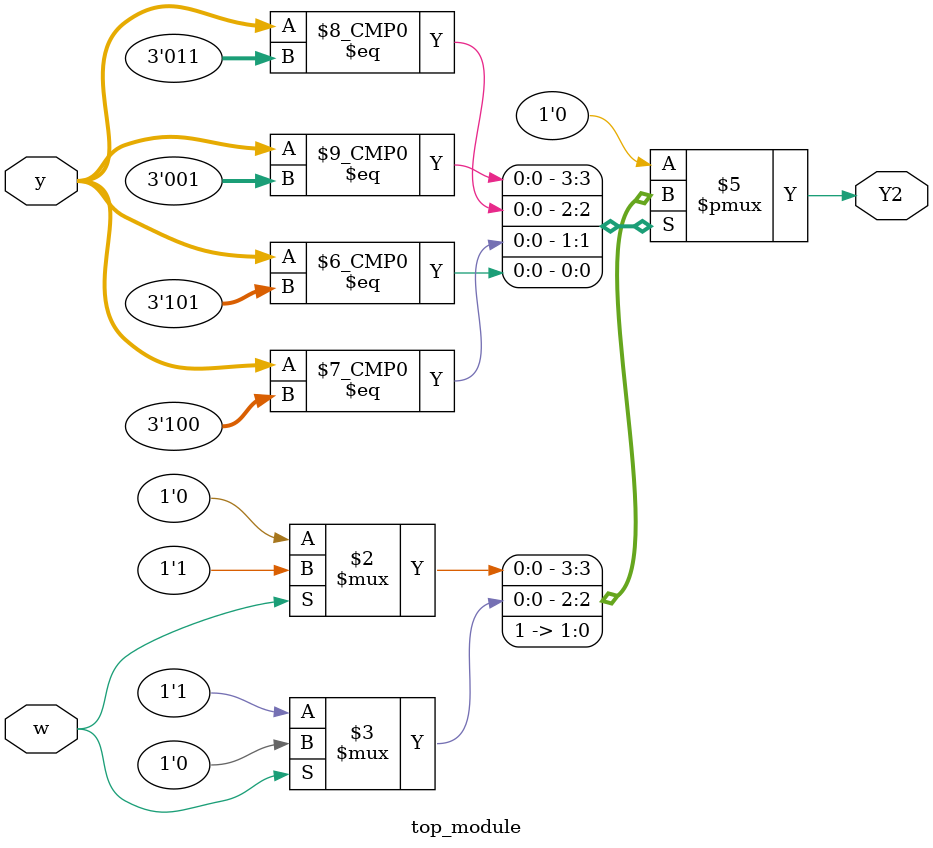
<source format=sv>
module top_module(
    input [3:1] y,
    input w,
    output reg Y2);

    always @(*) begin
        case (y)
            3'b000: Y2 = 1'b0; // State A
            3'b001: Y2 = w ? 1'b1 : 1'b0; // State B transitions to state D or C
            3'b010: Y2 = 1'b0; // State C
            3'b011: Y2 = w ? 1'b0 : 1'b1; // State D transitions to state F or A
            3'b100: Y2 = 1'b1; // State E
            3'b101: Y2 = 1'b1; // State F
            default: Y2 = 1'b0;
        endcase
    end

endmodule

</source>
